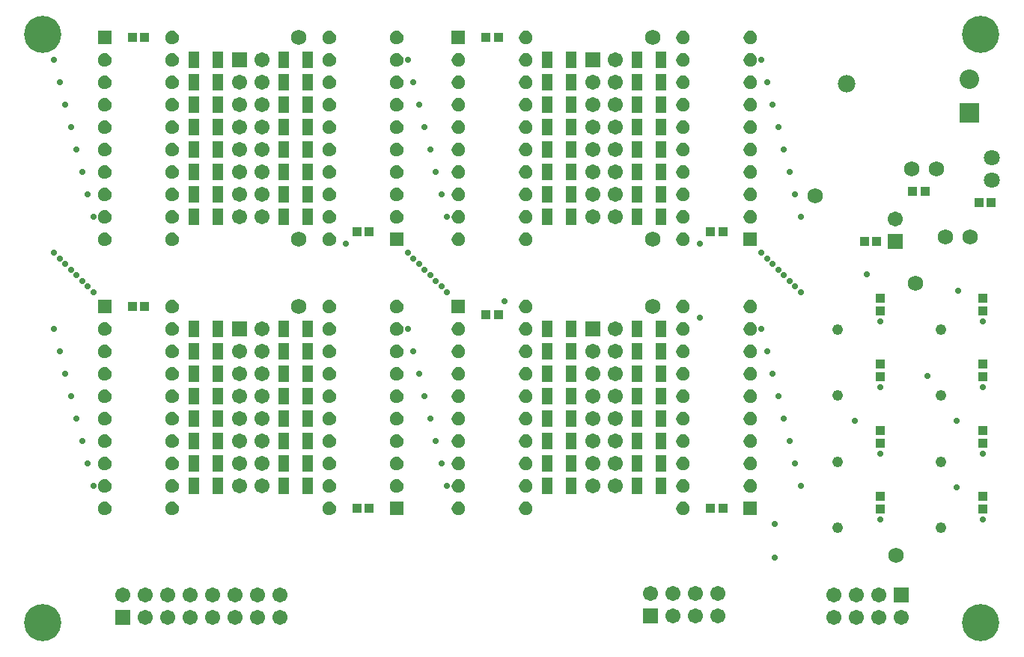
<source format=gbs>
%FSLAX43Y43*%
%MOMM*%
%SFA1B1*%

%IPPOS*%
%ADD81R,1.002998X1.102998*%
%ADD85R,1.102998X1.002998*%
%ADD88C,0.710999*%
%ADD89C,1.726997*%
%ADD90C,1.218998*%
%ADD91R,1.702997X1.702997*%
%ADD92C,1.702997*%
%ADD93R,1.702997X1.702997*%
%ADD94C,4.202992*%
%ADD95R,2.202996X2.202996*%
%ADD96C,2.202996*%
%ADD97C,1.802996*%
%ADD98C,1.980996*%
%ADD99R,1.302997X1.902996*%
%LNlp_led_cube_8x8x8-1*%
%LPD*%
G36*
X84018Y78465D02*
X84203Y78389D01*
X84362Y78266*
X84485Y78107*
X84561Y77922*
X84588Y77723*
X84561Y77524*
X84485Y77339*
X84362Y77180*
X84203Y77057*
X84018Y76981*
X83819Y76954*
X83620Y76981*
X83435Y77057*
X83276Y77180*
X83153Y77339*
X83077Y77524*
X83050Y77723*
X83077Y77922*
X83153Y78107*
X83276Y78266*
X83435Y78389*
X83620Y78465*
X83819Y78492*
X84018Y78465*
G37*
G36*
X101798D02*
X101983Y78389D01*
X102142Y78266*
X102265Y78107*
X102341Y77922*
X102368Y77723*
X102341Y77524*
X102265Y77339*
X102142Y77180*
X101983Y77057*
X101798Y76981*
X101599Y76954*
X101400Y76981*
X101215Y77057*
X101056Y77180*
X100933Y77339*
X100857Y77524*
X100830Y77723*
X100857Y77922*
X100933Y78107*
X101056Y78266*
X101215Y78389*
X101400Y78465*
X101599Y78492*
X101798Y78465*
G37*
G36*
X76398D02*
X76583Y78389D01*
X76742Y78266*
X76865Y78107*
X76941Y77922*
X76968Y77723*
X76941Y77524*
X76865Y77339*
X76742Y77180*
X76583Y77057*
X76398Y76981*
X76199Y76954*
X76000Y76981*
X75815Y77057*
X75656Y77180*
X75533Y77339*
X75457Y77524*
X75430Y77723*
X75457Y77922*
X75533Y78107*
X75656Y78266*
X75815Y78389*
X76000Y78465*
X76199Y78492*
X76398Y78465*
G37*
G36*
X61793D02*
X61978Y78389D01*
X62137Y78266*
X62260Y78107*
X62336Y77922*
X62363Y77723*
X62336Y77524*
X62260Y77339*
X62137Y77180*
X61978Y77057*
X61793Y76981*
X61594Y76954*
X61395Y76981*
X61210Y77057*
X61051Y77180*
X60928Y77339*
X60852Y77524*
X60825Y77723*
X60852Y77922*
X60928Y78107*
X61051Y78266*
X61210Y78389*
X61395Y78465*
X61594Y78492*
X61793Y78465*
G37*
G36*
X69413D02*
X69598Y78389D01*
X69757Y78266*
X69880Y78107*
X69956Y77922*
X69983Y77723*
X69956Y77524*
X69880Y77339*
X69757Y77180*
X69598Y77057*
X69413Y76981*
X69214Y76954*
X69015Y76981*
X68830Y77057*
X68671Y77180*
X68548Y77339*
X68472Y77524*
X68445Y77723*
X68472Y77922*
X68548Y78107*
X68671Y78266*
X68830Y78389*
X69015Y78465*
X69214Y78492*
X69413Y78465*
G37*
G36*
X61793Y81005D02*
X61978Y80929D01*
X62137Y80806*
X62260Y80647*
X62336Y80462*
X62363Y80263*
X62336Y80064*
X62260Y79879*
X62137Y79720*
X61978Y79597*
X61793Y79521*
X61594Y79494*
X61395Y79521*
X61210Y79597*
X61051Y79720*
X60928Y79879*
X60852Y80064*
X60825Y80263*
X60852Y80462*
X60928Y80647*
X61051Y80806*
X61210Y80929*
X61395Y81005*
X61594Y81032*
X61793Y81005*
G37*
G36*
X69413D02*
X69598Y80929D01*
X69757Y80806*
X69880Y80647*
X69956Y80462*
X69983Y80263*
X69956Y80064*
X69880Y79879*
X69757Y79720*
X69598Y79597*
X69413Y79521*
X69214Y79494*
X69015Y79521*
X68830Y79597*
X68671Y79720*
X68548Y79879*
X68472Y80064*
X68445Y80263*
X68472Y80462*
X68548Y80647*
X68671Y80806*
X68830Y80929*
X69015Y81005*
X69214Y81032*
X69413Y81005*
G37*
G36*
X44013D02*
X44198Y80929D01*
X44357Y80806*
X44480Y80647*
X44556Y80462*
X44583Y80263*
X44556Y80064*
X44480Y79879*
X44357Y79720*
X44198Y79597*
X44013Y79521*
X43814Y79494*
X43615Y79521*
X43430Y79597*
X43271Y79720*
X43148Y79879*
X43072Y80064*
X43045Y80263*
X43072Y80462*
X43148Y80647*
X43271Y80806*
X43430Y80929*
X43615Y81005*
X43814Y81032*
X44013Y81005*
G37*
G36*
X109418Y78465D02*
X109603Y78389D01*
X109762Y78266*
X109885Y78107*
X109961Y77922*
X109988Y77723*
X109961Y77524*
X109885Y77339*
X109762Y77180*
X109603Y77057*
X109418Y76981*
X109219Y76954*
X109020Y76981*
X108835Y77057*
X108676Y77180*
X108553Y77339*
X108477Y77524*
X108450Y77723*
X108477Y77922*
X108553Y78107*
X108676Y78266*
X108835Y78389*
X109020Y78465*
X109219Y78492*
X109418Y78465*
G37*
G36*
X36393Y81005D02*
X36578Y80929D01*
X36737Y80806*
X36860Y80647*
X36936Y80462*
X36963Y80263*
X36936Y80064*
X36860Y79879*
X36737Y79720*
X36578Y79597*
X36393Y79521*
X36194Y79494*
X35995Y79521*
X35810Y79597*
X35651Y79720*
X35528Y79879*
X35452Y80064*
X35425Y80263*
X35452Y80462*
X35528Y80647*
X35651Y80806*
X35810Y80929*
X35995Y81005*
X36194Y81032*
X36393Y81005*
G37*
G36*
X69413Y75925D02*
X69598Y75849D01*
X69757Y75726*
X69880Y75567*
X69956Y75382*
X69983Y75183*
X69956Y74984*
X69880Y74799*
X69757Y74640*
X69598Y74517*
X69413Y74441*
X69214Y74414*
X69015Y74441*
X68830Y74517*
X68671Y74640*
X68548Y74799*
X68472Y74984*
X68445Y75183*
X68472Y75382*
X68548Y75567*
X68671Y75726*
X68830Y75849*
X69015Y75925*
X69214Y75952*
X69413Y75925*
G37*
G36*
X76398D02*
X76583Y75849D01*
X76742Y75726*
X76865Y75567*
X76941Y75382*
X76968Y75183*
X76941Y74984*
X76865Y74799*
X76742Y74640*
X76583Y74517*
X76398Y74441*
X76199Y74414*
X76000Y74441*
X75815Y74517*
X75656Y74640*
X75533Y74799*
X75457Y74984*
X75430Y75183*
X75457Y75382*
X75533Y75567*
X75656Y75726*
X75815Y75849*
X76000Y75925*
X76199Y75952*
X76398Y75925*
G37*
G36*
X61793D02*
X61978Y75849D01*
X62137Y75726*
X62260Y75567*
X62336Y75382*
X62363Y75183*
X62336Y74984*
X62260Y74799*
X62137Y74640*
X61978Y74517*
X61793Y74441*
X61594Y74414*
X61395Y74441*
X61210Y74517*
X61051Y74640*
X60928Y74799*
X60852Y74984*
X60825Y75183*
X60852Y75382*
X60928Y75567*
X61051Y75726*
X61210Y75849*
X61395Y75925*
X61594Y75952*
X61793Y75925*
G37*
G36*
X36393D02*
X36578Y75849D01*
X36737Y75726*
X36860Y75567*
X36936Y75382*
X36963Y75183*
X36936Y74984*
X36860Y74799*
X36737Y74640*
X36578Y74517*
X36393Y74441*
X36194Y74414*
X35995Y74441*
X35810Y74517*
X35651Y74640*
X35528Y74799*
X35452Y74984*
X35425Y75183*
X35452Y75382*
X35528Y75567*
X35651Y75726*
X35810Y75849*
X35995Y75925*
X36194Y75952*
X36393Y75925*
G37*
G36*
X44013D02*
X44198Y75849D01*
X44357Y75726*
X44480Y75567*
X44556Y75382*
X44583Y75183*
X44556Y74984*
X44480Y74799*
X44357Y74640*
X44198Y74517*
X44013Y74441*
X43814Y74414*
X43615Y74441*
X43430Y74517*
X43271Y74640*
X43148Y74799*
X43072Y74984*
X43045Y75183*
X43072Y75382*
X43148Y75567*
X43271Y75726*
X43430Y75849*
X43615Y75925*
X43814Y75952*
X44013Y75925*
G37*
G36*
X36393Y78465D02*
X36578Y78389D01*
X36737Y78266*
X36860Y78107*
X36936Y77922*
X36963Y77723*
X36936Y77524*
X36860Y77339*
X36737Y77180*
X36578Y77057*
X36393Y76981*
X36194Y76954*
X35995Y76981*
X35810Y77057*
X35651Y77180*
X35528Y77339*
X35452Y77524*
X35425Y77723*
X35452Y77922*
X35528Y78107*
X35651Y78266*
X35810Y78389*
X35995Y78465*
X36194Y78492*
X36393Y78465*
G37*
G36*
X44013D02*
X44198Y78389D01*
X44357Y78266*
X44480Y78107*
X44556Y77922*
X44583Y77723*
X44556Y77524*
X44480Y77339*
X44357Y77180*
X44198Y77057*
X44013Y76981*
X43814Y76954*
X43615Y76981*
X43430Y77057*
X43271Y77180*
X43148Y77339*
X43072Y77524*
X43045Y77723*
X43072Y77922*
X43148Y78107*
X43271Y78266*
X43430Y78389*
X43615Y78465*
X43814Y78492*
X44013Y78465*
G37*
G36*
X109418Y75925D02*
X109603Y75849D01*
X109762Y75726*
X109885Y75567*
X109961Y75382*
X109988Y75183*
X109961Y74984*
X109885Y74799*
X109762Y74640*
X109603Y74517*
X109418Y74441*
X109219Y74414*
X109020Y74441*
X108835Y74517*
X108676Y74640*
X108553Y74799*
X108477Y74984*
X108450Y75183*
X108477Y75382*
X108553Y75567*
X108676Y75726*
X108835Y75849*
X109020Y75925*
X109219Y75952*
X109418Y75925*
G37*
G36*
X84018D02*
X84203Y75849D01*
X84362Y75726*
X84485Y75567*
X84561Y75382*
X84588Y75183*
X84561Y74984*
X84485Y74799*
X84362Y74640*
X84203Y74517*
X84018Y74441*
X83819Y74414*
X83620Y74441*
X83435Y74517*
X83276Y74640*
X83153Y74799*
X83077Y74984*
X83050Y75183*
X83077Y75382*
X83153Y75567*
X83276Y75726*
X83435Y75849*
X83620Y75925*
X83819Y75952*
X84018Y75925*
G37*
G36*
X101798D02*
X101983Y75849D01*
X102142Y75726*
X102265Y75567*
X102341Y75382*
X102368Y75183*
X102341Y74984*
X102265Y74799*
X102142Y74640*
X101983Y74517*
X101798Y74441*
X101599Y74414*
X101400Y74441*
X101215Y74517*
X101056Y74640*
X100933Y74799*
X100857Y74984*
X100830Y75183*
X100857Y75382*
X100933Y75567*
X101056Y75726*
X101215Y75849*
X101400Y75925*
X101599Y75952*
X101798Y75925*
G37*
G36*
X61793Y86085D02*
X61978Y86009D01*
X62137Y85886*
X62260Y85727*
X62336Y85542*
X62363Y85343*
X62336Y85144*
X62260Y84959*
X62137Y84800*
X61978Y84677*
X61793Y84601*
X61594Y84574*
X61395Y84601*
X61210Y84677*
X61051Y84800*
X60928Y84959*
X60852Y85144*
X60825Y85343*
X60852Y85542*
X60928Y85727*
X61051Y85886*
X61210Y86009*
X61395Y86085*
X61594Y86112*
X61793Y86085*
G37*
G36*
X69413D02*
X69598Y86009D01*
X69757Y85886*
X69880Y85727*
X69956Y85542*
X69983Y85343*
X69956Y85144*
X69880Y84959*
X69757Y84800*
X69598Y84677*
X69413Y84601*
X69214Y84574*
X69015Y84601*
X68830Y84677*
X68671Y84800*
X68548Y84959*
X68472Y85144*
X68445Y85343*
X68472Y85542*
X68548Y85727*
X68671Y85886*
X68830Y86009*
X69015Y86085*
X69214Y86112*
X69413Y86085*
G37*
G36*
X44013D02*
X44198Y86009D01*
X44357Y85886*
X44480Y85727*
X44556Y85542*
X44583Y85343*
X44556Y85144*
X44480Y84959*
X44357Y84800*
X44198Y84677*
X44013Y84601*
X43814Y84574*
X43615Y84601*
X43430Y84677*
X43271Y84800*
X43148Y84959*
X43072Y85144*
X43045Y85343*
X43072Y85542*
X43148Y85727*
X43271Y85886*
X43430Y86009*
X43615Y86085*
X43814Y86112*
X44013Y86085*
G37*
G36*
X101798Y83545D02*
X101983Y83469D01*
X102142Y83346*
X102265Y83187*
X102341Y83002*
X102368Y82803*
X102341Y82604*
X102265Y82419*
X102142Y82260*
X101983Y82137*
X101798Y82061*
X101599Y82034*
X101400Y82061*
X101215Y82137*
X101056Y82260*
X100933Y82419*
X100857Y82604*
X100830Y82803*
X100857Y83002*
X100933Y83187*
X101056Y83346*
X101215Y83469*
X101400Y83545*
X101599Y83572*
X101798Y83545*
G37*
G36*
X109418D02*
X109603Y83469D01*
X109762Y83346*
X109885Y83187*
X109961Y83002*
X109988Y82803*
X109961Y82604*
X109885Y82419*
X109762Y82260*
X109603Y82137*
X109418Y82061*
X109219Y82034*
X109020Y82061*
X108835Y82137*
X108676Y82260*
X108553Y82419*
X108477Y82604*
X108450Y82803*
X108477Y83002*
X108553Y83187*
X108676Y83346*
X108835Y83469*
X109020Y83545*
X109219Y83572*
X109418Y83545*
G37*
G36*
X36956Y84581D02*
X35432D01*
Y86105*
X36956*
Y84581*
G37*
G36*
X76961D02*
X75437D01*
Y86105*
X76961*
Y84581*
G37*
G36*
X109418Y86085D02*
X109603Y86009D01*
X109762Y85886*
X109885Y85727*
X109961Y85542*
X109988Y85343*
X109961Y85144*
X109885Y84959*
X109762Y84800*
X109603Y84677*
X109418Y84601*
X109219Y84574*
X109020Y84601*
X108835Y84677*
X108676Y84800*
X108553Y84959*
X108477Y85144*
X108450Y85343*
X108477Y85542*
X108553Y85727*
X108676Y85886*
X108835Y86009*
X109020Y86085*
X109219Y86112*
X109418Y86085*
G37*
G36*
X84018D02*
X84203Y86009D01*
X84362Y85886*
X84485Y85727*
X84561Y85542*
X84588Y85343*
X84561Y85144*
X84485Y84959*
X84362Y84800*
X84203Y84677*
X84018Y84601*
X83819Y84574*
X83620Y84601*
X83435Y84677*
X83276Y84800*
X83153Y84959*
X83077Y85144*
X83050Y85343*
X83077Y85542*
X83153Y85727*
X83276Y85886*
X83435Y86009*
X83620Y86085*
X83819Y86112*
X84018Y86085*
G37*
G36*
X101798D02*
X101983Y86009D01*
X102142Y85886*
X102265Y85727*
X102341Y85542*
X102368Y85343*
X102341Y85144*
X102265Y84959*
X102142Y84800*
X101983Y84677*
X101798Y84601*
X101599Y84574*
X101400Y84601*
X101215Y84677*
X101056Y84800*
X100933Y84959*
X100857Y85144*
X100830Y85343*
X100857Y85542*
X100933Y85727*
X101056Y85886*
X101215Y86009*
X101400Y86085*
X101599Y86112*
X101798Y86085*
G37*
G36*
X109418Y81005D02*
X109603Y80929D01*
X109762Y80806*
X109885Y80647*
X109961Y80462*
X109988Y80263*
X109961Y80064*
X109885Y79879*
X109762Y79720*
X109603Y79597*
X109418Y79521*
X109219Y79494*
X109020Y79521*
X108835Y79597*
X108676Y79720*
X108553Y79879*
X108477Y80064*
X108450Y80263*
X108477Y80462*
X108553Y80647*
X108676Y80806*
X108835Y80929*
X109020Y81005*
X109219Y81032*
X109418Y81005*
G37*
G36*
X36393Y83545D02*
X36578Y83469D01*
X36737Y83346*
X36860Y83187*
X36936Y83002*
X36963Y82803*
X36936Y82604*
X36860Y82419*
X36737Y82260*
X36578Y82137*
X36393Y82061*
X36194Y82034*
X35995Y82061*
X35810Y82137*
X35651Y82260*
X35528Y82419*
X35452Y82604*
X35425Y82803*
X35452Y83002*
X35528Y83187*
X35651Y83346*
X35810Y83469*
X35995Y83545*
X36194Y83572*
X36393Y83545*
G37*
G36*
X101798Y81005D02*
X101983Y80929D01*
X102142Y80806*
X102265Y80647*
X102341Y80462*
X102368Y80263*
X102341Y80064*
X102265Y79879*
X102142Y79720*
X101983Y79597*
X101798Y79521*
X101599Y79494*
X101400Y79521*
X101215Y79597*
X101056Y79720*
X100933Y79879*
X100857Y80064*
X100830Y80263*
X100857Y80462*
X100933Y80647*
X101056Y80806*
X101215Y80929*
X101400Y81005*
X101599Y81032*
X101798Y81005*
G37*
G36*
X76398D02*
X76583Y80929D01*
X76742Y80806*
X76865Y80647*
X76941Y80462*
X76968Y80263*
X76941Y80064*
X76865Y79879*
X76742Y79720*
X76583Y79597*
X76398Y79521*
X76199Y79494*
X76000Y79521*
X75815Y79597*
X75656Y79720*
X75533Y79879*
X75457Y80064*
X75430Y80263*
X75457Y80462*
X75533Y80647*
X75656Y80806*
X75815Y80929*
X76000Y81005*
X76199Y81032*
X76398Y81005*
G37*
G36*
X84018D02*
X84203Y80929D01*
X84362Y80806*
X84485Y80647*
X84561Y80462*
X84588Y80263*
X84561Y80064*
X84485Y79879*
X84362Y79720*
X84203Y79597*
X84018Y79521*
X83819Y79494*
X83620Y79521*
X83435Y79597*
X83276Y79720*
X83153Y79879*
X83077Y80064*
X83050Y80263*
X83077Y80462*
X83153Y80647*
X83276Y80806*
X83435Y80929*
X83620Y81005*
X83819Y81032*
X84018Y81005*
G37*
G36*
X76398Y83545D02*
X76583Y83469D01*
X76742Y83346*
X76865Y83187*
X76941Y83002*
X76968Y82803*
X76941Y82604*
X76865Y82419*
X76742Y82260*
X76583Y82137*
X76398Y82061*
X76199Y82034*
X76000Y82061*
X75815Y82137*
X75656Y82260*
X75533Y82419*
X75457Y82604*
X75430Y82803*
X75457Y83002*
X75533Y83187*
X75656Y83346*
X75815Y83469*
X76000Y83545*
X76199Y83572*
X76398Y83545*
G37*
G36*
X84018D02*
X84203Y83469D01*
X84362Y83346*
X84485Y83187*
X84561Y83002*
X84588Y82803*
X84561Y82604*
X84485Y82419*
X84362Y82260*
X84203Y82137*
X84018Y82061*
X83819Y82034*
X83620Y82061*
X83435Y82137*
X83276Y82260*
X83153Y82419*
X83077Y82604*
X83050Y82803*
X83077Y83002*
X83153Y83187*
X83276Y83346*
X83435Y83469*
X83620Y83545*
X83819Y83572*
X84018Y83545*
G37*
G36*
X69413D02*
X69598Y83469D01*
X69757Y83346*
X69880Y83187*
X69956Y83002*
X69983Y82803*
X69956Y82604*
X69880Y82419*
X69757Y82260*
X69598Y82137*
X69413Y82061*
X69214Y82034*
X69015Y82061*
X68830Y82137*
X68671Y82260*
X68548Y82419*
X68472Y82604*
X68445Y82803*
X68472Y83002*
X68548Y83187*
X68671Y83346*
X68830Y83469*
X69015Y83545*
X69214Y83572*
X69413Y83545*
G37*
G36*
X44013D02*
X44198Y83469D01*
X44357Y83346*
X44480Y83187*
X44556Y83002*
X44583Y82803*
X44556Y82604*
X44480Y82419*
X44357Y82260*
X44198Y82137*
X44013Y82061*
X43814Y82034*
X43615Y82061*
X43430Y82137*
X43271Y82260*
X43148Y82419*
X43072Y82604*
X43045Y82803*
X43072Y83002*
X43148Y83187*
X43271Y83346*
X43430Y83469*
X43615Y83545*
X43814Y83572*
X44013Y83545*
G37*
G36*
X61793D02*
X61978Y83469D01*
X62137Y83346*
X62260Y83187*
X62336Y83002*
X62363Y82803*
X62336Y82604*
X62260Y82419*
X62137Y82260*
X61978Y82137*
X61793Y82061*
X61594Y82034*
X61395Y82061*
X61210Y82137*
X61051Y82260*
X60928Y82419*
X60852Y82604*
X60825Y82803*
X60852Y83002*
X60928Y83187*
X61051Y83346*
X61210Y83469*
X61395Y83545*
X61594Y83572*
X61793Y83545*
G37*
G36*
X84018Y65765D02*
X84203Y65689D01*
X84362Y65566*
X84485Y65407*
X84561Y65222*
X84588Y65023*
X84561Y64824*
X84485Y64639*
X84362Y64480*
X84203Y64357*
X84018Y64281*
X83819Y64254*
X83620Y64281*
X83435Y64357*
X83276Y64480*
X83153Y64639*
X83077Y64824*
X83050Y65023*
X83077Y65222*
X83153Y65407*
X83276Y65566*
X83435Y65689*
X83620Y65765*
X83819Y65792*
X84018Y65765*
G37*
G36*
X101798D02*
X101983Y65689D01*
X102142Y65566*
X102265Y65407*
X102341Y65222*
X102368Y65023*
X102341Y64824*
X102265Y64639*
X102142Y64480*
X101983Y64357*
X101798Y64281*
X101599Y64254*
X101400Y64281*
X101215Y64357*
X101056Y64480*
X100933Y64639*
X100857Y64824*
X100830Y65023*
X100857Y65222*
X100933Y65407*
X101056Y65566*
X101215Y65689*
X101400Y65765*
X101599Y65792*
X101798Y65765*
G37*
G36*
X76398D02*
X76583Y65689D01*
X76742Y65566*
X76865Y65407*
X76941Y65222*
X76968Y65023*
X76941Y64824*
X76865Y64639*
X76742Y64480*
X76583Y64357*
X76398Y64281*
X76199Y64254*
X76000Y64281*
X75815Y64357*
X75656Y64480*
X75533Y64639*
X75457Y64824*
X75430Y65023*
X75457Y65222*
X75533Y65407*
X75656Y65566*
X75815Y65689*
X76000Y65765*
X76199Y65792*
X76398Y65765*
G37*
G36*
X61793D02*
X61978Y65689D01*
X62137Y65566*
X62260Y65407*
X62336Y65222*
X62363Y65023*
X62336Y64824*
X62260Y64639*
X62137Y64480*
X61978Y64357*
X61793Y64281*
X61594Y64254*
X61395Y64281*
X61210Y64357*
X61051Y64480*
X60928Y64639*
X60852Y64824*
X60825Y65023*
X60852Y65222*
X60928Y65407*
X61051Y65566*
X61210Y65689*
X61395Y65765*
X61594Y65792*
X61793Y65765*
G37*
G36*
X69413D02*
X69598Y65689D01*
X69757Y65566*
X69880Y65407*
X69956Y65222*
X69983Y65023*
X69956Y64824*
X69880Y64639*
X69757Y64480*
X69598Y64357*
X69413Y64281*
X69214Y64254*
X69015Y64281*
X68830Y64357*
X68671Y64480*
X68548Y64639*
X68472Y64824*
X68445Y65023*
X68472Y65222*
X68548Y65407*
X68671Y65566*
X68830Y65689*
X69015Y65765*
X69214Y65792*
X69413Y65765*
G37*
G36*
X61793Y68305D02*
X61978Y68229D01*
X62137Y68106*
X62260Y67947*
X62336Y67762*
X62363Y67563*
X62336Y67364*
X62260Y67179*
X62137Y67020*
X61978Y66897*
X61793Y66821*
X61594Y66794*
X61395Y66821*
X61210Y66897*
X61051Y67020*
X60928Y67179*
X60852Y67364*
X60825Y67563*
X60852Y67762*
X60928Y67947*
X61051Y68106*
X61210Y68229*
X61395Y68305*
X61594Y68332*
X61793Y68305*
G37*
G36*
X69413D02*
X69598Y68229D01*
X69757Y68106*
X69880Y67947*
X69956Y67762*
X69983Y67563*
X69956Y67364*
X69880Y67179*
X69757Y67020*
X69598Y66897*
X69413Y66821*
X69214Y66794*
X69015Y66821*
X68830Y66897*
X68671Y67020*
X68548Y67179*
X68472Y67364*
X68445Y67563*
X68472Y67762*
X68548Y67947*
X68671Y68106*
X68830Y68229*
X69015Y68305*
X69214Y68332*
X69413Y68305*
G37*
G36*
X44013D02*
X44198Y68229D01*
X44357Y68106*
X44480Y67947*
X44556Y67762*
X44583Y67563*
X44556Y67364*
X44480Y67179*
X44357Y67020*
X44198Y66897*
X44013Y66821*
X43814Y66794*
X43615Y66821*
X43430Y66897*
X43271Y67020*
X43148Y67179*
X43072Y67364*
X43045Y67563*
X43072Y67762*
X43148Y67947*
X43271Y68106*
X43430Y68229*
X43615Y68305*
X43814Y68332*
X44013Y68305*
G37*
G36*
X109418Y65765D02*
X109603Y65689D01*
X109762Y65566*
X109885Y65407*
X109961Y65222*
X109988Y65023*
X109961Y64824*
X109885Y64639*
X109762Y64480*
X109603Y64357*
X109418Y64281*
X109219Y64254*
X109020Y64281*
X108835Y64357*
X108676Y64480*
X108553Y64639*
X108477Y64824*
X108450Y65023*
X108477Y65222*
X108553Y65407*
X108676Y65566*
X108835Y65689*
X109020Y65765*
X109219Y65792*
X109418Y65765*
G37*
G36*
X36393Y68305D02*
X36578Y68229D01*
X36737Y68106*
X36860Y67947*
X36936Y67762*
X36963Y67563*
X36936Y67364*
X36860Y67179*
X36737Y67020*
X36578Y66897*
X36393Y66821*
X36194Y66794*
X35995Y66821*
X35810Y66897*
X35651Y67020*
X35528Y67179*
X35452Y67364*
X35425Y67563*
X35452Y67762*
X35528Y67947*
X35651Y68106*
X35810Y68229*
X35995Y68305*
X36194Y68332*
X36393Y68305*
G37*
G36*
X76398Y63225D02*
X76583Y63149D01*
X76742Y63026*
X76865Y62867*
X76941Y62682*
X76968Y62483*
X76941Y62284*
X76865Y62099*
X76742Y61940*
X76583Y61817*
X76398Y61741*
X76199Y61714*
X76000Y61741*
X75815Y61817*
X75656Y61940*
X75533Y62099*
X75457Y62284*
X75430Y62483*
X75457Y62682*
X75533Y62867*
X75656Y63026*
X75815Y63149*
X76000Y63225*
X76199Y63252*
X76398Y63225*
G37*
G36*
X84018D02*
X84203Y63149D01*
X84362Y63026*
X84485Y62867*
X84561Y62682*
X84588Y62483*
X84561Y62284*
X84485Y62099*
X84362Y61940*
X84203Y61817*
X84018Y61741*
X83819Y61714*
X83620Y61741*
X83435Y61817*
X83276Y61940*
X83153Y62099*
X83077Y62284*
X83050Y62483*
X83077Y62682*
X83153Y62867*
X83276Y63026*
X83435Y63149*
X83620Y63225*
X83819Y63252*
X84018Y63225*
G37*
G36*
X61793D02*
X61978Y63149D01*
X62137Y63026*
X62260Y62867*
X62336Y62682*
X62363Y62483*
X62336Y62284*
X62260Y62099*
X62137Y61940*
X61978Y61817*
X61793Y61741*
X61594Y61714*
X61395Y61741*
X61210Y61817*
X61051Y61940*
X60928Y62099*
X60852Y62284*
X60825Y62483*
X60852Y62682*
X60928Y62867*
X61051Y63026*
X61210Y63149*
X61395Y63225*
X61594Y63252*
X61793Y63225*
G37*
G36*
X36393D02*
X36578Y63149D01*
X36737Y63026*
X36860Y62867*
X36936Y62682*
X36963Y62483*
X36936Y62284*
X36860Y62099*
X36737Y61940*
X36578Y61817*
X36393Y61741*
X36194Y61714*
X35995Y61741*
X35810Y61817*
X35651Y61940*
X35528Y62099*
X35452Y62284*
X35425Y62483*
X35452Y62682*
X35528Y62867*
X35651Y63026*
X35810Y63149*
X35995Y63225*
X36194Y63252*
X36393Y63225*
G37*
G36*
X44013D02*
X44198Y63149D01*
X44357Y63026*
X44480Y62867*
X44556Y62682*
X44583Y62483*
X44556Y62284*
X44480Y62099*
X44357Y61940*
X44198Y61817*
X44013Y61741*
X43814Y61714*
X43615Y61741*
X43430Y61817*
X43271Y61940*
X43148Y62099*
X43072Y62284*
X43045Y62483*
X43072Y62682*
X43148Y62867*
X43271Y63026*
X43430Y63149*
X43615Y63225*
X43814Y63252*
X44013Y63225*
G37*
G36*
X36393Y65765D02*
X36578Y65689D01*
X36737Y65566*
X36860Y65407*
X36936Y65222*
X36963Y65023*
X36936Y64824*
X36860Y64639*
X36737Y64480*
X36578Y64357*
X36393Y64281*
X36194Y64254*
X35995Y64281*
X35810Y64357*
X35651Y64480*
X35528Y64639*
X35452Y64824*
X35425Y65023*
X35452Y65222*
X35528Y65407*
X35651Y65566*
X35810Y65689*
X35995Y65765*
X36194Y65792*
X36393Y65765*
G37*
G36*
X44013D02*
X44198Y65689D01*
X44357Y65566*
X44480Y65407*
X44556Y65222*
X44583Y65023*
X44556Y64824*
X44480Y64639*
X44357Y64480*
X44198Y64357*
X44013Y64281*
X43814Y64254*
X43615Y64281*
X43430Y64357*
X43271Y64480*
X43148Y64639*
X43072Y64824*
X43045Y65023*
X43072Y65222*
X43148Y65407*
X43271Y65566*
X43430Y65689*
X43615Y65765*
X43814Y65792*
X44013Y65765*
G37*
G36*
X109981Y61721D02*
X108457D01*
Y63245*
X109981*
Y61721*
G37*
G36*
X101798Y63225D02*
X101983Y63149D01*
X102142Y63026*
X102265Y62867*
X102341Y62682*
X102368Y62483*
X102341Y62284*
X102265Y62099*
X102142Y61940*
X101983Y61817*
X101798Y61741*
X101599Y61714*
X101400Y61741*
X101215Y61817*
X101056Y61940*
X100933Y62099*
X100857Y62284*
X100830Y62483*
X100857Y62682*
X100933Y62867*
X101056Y63026*
X101215Y63149*
X101400Y63225*
X101599Y63252*
X101798Y63225*
G37*
G36*
X69976Y61721D02*
X68452D01*
Y63245*
X69976*
Y61721*
G37*
G36*
X44013Y73385D02*
X44198Y73309D01*
X44357Y73186*
X44480Y73027*
X44556Y72842*
X44583Y72643*
X44556Y72444*
X44480Y72259*
X44357Y72100*
X44198Y71977*
X44013Y71901*
X43814Y71874*
X43615Y71901*
X43430Y71977*
X43271Y72100*
X43148Y72259*
X43072Y72444*
X43045Y72643*
X43072Y72842*
X43148Y73027*
X43271Y73186*
X43430Y73309*
X43615Y73385*
X43814Y73412*
X44013Y73385*
G37*
G36*
X61793D02*
X61978Y73309D01*
X62137Y73186*
X62260Y73027*
X62336Y72842*
X62363Y72643*
X62336Y72444*
X62260Y72259*
X62137Y72100*
X61978Y71977*
X61793Y71901*
X61594Y71874*
X61395Y71901*
X61210Y71977*
X61051Y72100*
X60928Y72259*
X60852Y72444*
X60825Y72643*
X60852Y72842*
X60928Y73027*
X61051Y73186*
X61210Y73309*
X61395Y73385*
X61594Y73412*
X61793Y73385*
G37*
G36*
X36393D02*
X36578Y73309D01*
X36737Y73186*
X36860Y73027*
X36936Y72842*
X36963Y72643*
X36936Y72444*
X36860Y72259*
X36737Y72100*
X36578Y71977*
X36393Y71901*
X36194Y71874*
X35995Y71901*
X35810Y71977*
X35651Y72100*
X35528Y72259*
X35452Y72444*
X35425Y72643*
X35452Y72842*
X35528Y73027*
X35651Y73186*
X35810Y73309*
X35995Y73385*
X36194Y73412*
X36393Y73385*
G37*
G36*
X101798Y70845D02*
X101983Y70769D01*
X102142Y70646*
X102265Y70487*
X102341Y70302*
X102368Y70103*
X102341Y69904*
X102265Y69719*
X102142Y69560*
X101983Y69437*
X101798Y69361*
X101599Y69334*
X101400Y69361*
X101215Y69437*
X101056Y69560*
X100933Y69719*
X100857Y69904*
X100830Y70103*
X100857Y70302*
X100933Y70487*
X101056Y70646*
X101215Y70769*
X101400Y70845*
X101599Y70872*
X101798Y70845*
G37*
G36*
X109418D02*
X109603Y70769D01*
X109762Y70646*
X109885Y70487*
X109961Y70302*
X109988Y70103*
X109961Y69904*
X109885Y69719*
X109762Y69560*
X109603Y69437*
X109418Y69361*
X109219Y69334*
X109020Y69361*
X108835Y69437*
X108676Y69560*
X108553Y69719*
X108477Y69904*
X108450Y70103*
X108477Y70302*
X108553Y70487*
X108676Y70646*
X108835Y70769*
X109020Y70845*
X109219Y70872*
X109418Y70845*
G37*
G36*
X101798Y73385D02*
X101983Y73309D01*
X102142Y73186*
X102265Y73027*
X102341Y72842*
X102368Y72643*
X102341Y72444*
X102265Y72259*
X102142Y72100*
X101983Y71977*
X101798Y71901*
X101599Y71874*
X101400Y71901*
X101215Y71977*
X101056Y72100*
X100933Y72259*
X100857Y72444*
X100830Y72643*
X100857Y72842*
X100933Y73027*
X101056Y73186*
X101215Y73309*
X101400Y73385*
X101599Y73412*
X101798Y73385*
G37*
G36*
X109418D02*
X109603Y73309D01*
X109762Y73186*
X109885Y73027*
X109961Y72842*
X109988Y72643*
X109961Y72444*
X109885Y72259*
X109762Y72100*
X109603Y71977*
X109418Y71901*
X109219Y71874*
X109020Y71901*
X108835Y71977*
X108676Y72100*
X108553Y72259*
X108477Y72444*
X108450Y72643*
X108477Y72842*
X108553Y73027*
X108676Y73186*
X108835Y73309*
X109020Y73385*
X109219Y73412*
X109418Y73385*
G37*
G36*
X84018D02*
X84203Y73309D01*
X84362Y73186*
X84485Y73027*
X84561Y72842*
X84588Y72643*
X84561Y72444*
X84485Y72259*
X84362Y72100*
X84203Y71977*
X84018Y71901*
X83819Y71874*
X83620Y71901*
X83435Y71977*
X83276Y72100*
X83153Y72259*
X83077Y72444*
X83050Y72643*
X83077Y72842*
X83153Y73027*
X83276Y73186*
X83435Y73309*
X83620Y73385*
X83819Y73412*
X84018Y73385*
G37*
G36*
X69413D02*
X69598Y73309D01*
X69757Y73186*
X69880Y73027*
X69956Y72842*
X69983Y72643*
X69956Y72444*
X69880Y72259*
X69757Y72100*
X69598Y71977*
X69413Y71901*
X69214Y71874*
X69015Y71901*
X68830Y71977*
X68671Y72100*
X68548Y72259*
X68472Y72444*
X68445Y72643*
X68472Y72842*
X68548Y73027*
X68671Y73186*
X68830Y73309*
X69015Y73385*
X69214Y73412*
X69413Y73385*
G37*
G36*
X76398D02*
X76583Y73309D01*
X76742Y73186*
X76865Y73027*
X76941Y72842*
X76968Y72643*
X76941Y72444*
X76865Y72259*
X76742Y72100*
X76583Y71977*
X76398Y71901*
X76199Y71874*
X76000Y71901*
X75815Y71977*
X75656Y72100*
X75533Y72259*
X75457Y72444*
X75430Y72643*
X75457Y72842*
X75533Y73027*
X75656Y73186*
X75815Y73309*
X76000Y73385*
X76199Y73412*
X76398Y73385*
G37*
G36*
X109418Y68305D02*
X109603Y68229D01*
X109762Y68106*
X109885Y67947*
X109961Y67762*
X109988Y67563*
X109961Y67364*
X109885Y67179*
X109762Y67020*
X109603Y66897*
X109418Y66821*
X109219Y66794*
X109020Y66821*
X108835Y66897*
X108676Y67020*
X108553Y67179*
X108477Y67364*
X108450Y67563*
X108477Y67762*
X108553Y67947*
X108676Y68106*
X108835Y68229*
X109020Y68305*
X109219Y68332*
X109418Y68305*
G37*
G36*
X36393Y70845D02*
X36578Y70769D01*
X36737Y70646*
X36860Y70487*
X36936Y70302*
X36963Y70103*
X36936Y69904*
X36860Y69719*
X36737Y69560*
X36578Y69437*
X36393Y69361*
X36194Y69334*
X35995Y69361*
X35810Y69437*
X35651Y69560*
X35528Y69719*
X35452Y69904*
X35425Y70103*
X35452Y70302*
X35528Y70487*
X35651Y70646*
X35810Y70769*
X35995Y70845*
X36194Y70872*
X36393Y70845*
G37*
G36*
X101798Y68305D02*
X101983Y68229D01*
X102142Y68106*
X102265Y67947*
X102341Y67762*
X102368Y67563*
X102341Y67364*
X102265Y67179*
X102142Y67020*
X101983Y66897*
X101798Y66821*
X101599Y66794*
X101400Y66821*
X101215Y66897*
X101056Y67020*
X100933Y67179*
X100857Y67364*
X100830Y67563*
X100857Y67762*
X100933Y67947*
X101056Y68106*
X101215Y68229*
X101400Y68305*
X101599Y68332*
X101798Y68305*
G37*
G36*
X76398D02*
X76583Y68229D01*
X76742Y68106*
X76865Y67947*
X76941Y67762*
X76968Y67563*
X76941Y67364*
X76865Y67179*
X76742Y67020*
X76583Y66897*
X76398Y66821*
X76199Y66794*
X76000Y66821*
X75815Y66897*
X75656Y67020*
X75533Y67179*
X75457Y67364*
X75430Y67563*
X75457Y67762*
X75533Y67947*
X75656Y68106*
X75815Y68229*
X76000Y68305*
X76199Y68332*
X76398Y68305*
G37*
G36*
X84018D02*
X84203Y68229D01*
X84362Y68106*
X84485Y67947*
X84561Y67762*
X84588Y67563*
X84561Y67364*
X84485Y67179*
X84362Y67020*
X84203Y66897*
X84018Y66821*
X83819Y66794*
X83620Y66821*
X83435Y66897*
X83276Y67020*
X83153Y67179*
X83077Y67364*
X83050Y67563*
X83077Y67762*
X83153Y67947*
X83276Y68106*
X83435Y68229*
X83620Y68305*
X83819Y68332*
X84018Y68305*
G37*
G36*
X76398Y70845D02*
X76583Y70769D01*
X76742Y70646*
X76865Y70487*
X76941Y70302*
X76968Y70103*
X76941Y69904*
X76865Y69719*
X76742Y69560*
X76583Y69437*
X76398Y69361*
X76199Y69334*
X76000Y69361*
X75815Y69437*
X75656Y69560*
X75533Y69719*
X75457Y69904*
X75430Y70103*
X75457Y70302*
X75533Y70487*
X75656Y70646*
X75815Y70769*
X76000Y70845*
X76199Y70872*
X76398Y70845*
G37*
G36*
X84018D02*
X84203Y70769D01*
X84362Y70646*
X84485Y70487*
X84561Y70302*
X84588Y70103*
X84561Y69904*
X84485Y69719*
X84362Y69560*
X84203Y69437*
X84018Y69361*
X83819Y69334*
X83620Y69361*
X83435Y69437*
X83276Y69560*
X83153Y69719*
X83077Y69904*
X83050Y70103*
X83077Y70302*
X83153Y70487*
X83276Y70646*
X83435Y70769*
X83620Y70845*
X83819Y70872*
X84018Y70845*
G37*
G36*
X69413D02*
X69598Y70769D01*
X69757Y70646*
X69880Y70487*
X69956Y70302*
X69983Y70103*
X69956Y69904*
X69880Y69719*
X69757Y69560*
X69598Y69437*
X69413Y69361*
X69214Y69334*
X69015Y69361*
X68830Y69437*
X68671Y69560*
X68548Y69719*
X68472Y69904*
X68445Y70103*
X68472Y70302*
X68548Y70487*
X68671Y70646*
X68830Y70769*
X69015Y70845*
X69214Y70872*
X69413Y70845*
G37*
G36*
X44013D02*
X44198Y70769D01*
X44357Y70646*
X44480Y70487*
X44556Y70302*
X44583Y70103*
X44556Y69904*
X44480Y69719*
X44357Y69560*
X44198Y69437*
X44013Y69361*
X43814Y69334*
X43615Y69361*
X43430Y69437*
X43271Y69560*
X43148Y69719*
X43072Y69904*
X43045Y70103*
X43072Y70302*
X43148Y70487*
X43271Y70646*
X43430Y70769*
X43615Y70845*
X43814Y70872*
X44013Y70845*
G37*
G36*
X61793D02*
X61978Y70769D01*
X62137Y70646*
X62260Y70487*
X62336Y70302*
X62363Y70103*
X62336Y69904*
X62260Y69719*
X62137Y69560*
X61978Y69437*
X61793Y69361*
X61594Y69334*
X61395Y69361*
X61210Y69437*
X61051Y69560*
X60928Y69719*
X60852Y69904*
X60825Y70103*
X60852Y70302*
X60928Y70487*
X61051Y70646*
X61210Y70769*
X61395Y70845*
X61594Y70872*
X61793Y70845*
G37*
G36*
X84018Y108945D02*
X84203Y108869D01*
X84362Y108746*
X84485Y108587*
X84561Y108402*
X84588Y108203*
X84561Y108004*
X84485Y107819*
X84362Y107660*
X84203Y107537*
X84018Y107461*
X83819Y107434*
X83620Y107461*
X83435Y107537*
X83276Y107660*
X83153Y107819*
X83077Y108004*
X83050Y108203*
X83077Y108402*
X83153Y108587*
X83276Y108746*
X83435Y108869*
X83620Y108945*
X83819Y108972*
X84018Y108945*
G37*
G36*
X101798D02*
X101983Y108869D01*
X102142Y108746*
X102265Y108587*
X102341Y108402*
X102368Y108203*
X102341Y108004*
X102265Y107819*
X102142Y107660*
X101983Y107537*
X101798Y107461*
X101599Y107434*
X101400Y107461*
X101215Y107537*
X101056Y107660*
X100933Y107819*
X100857Y108004*
X100830Y108203*
X100857Y108402*
X100933Y108587*
X101056Y108746*
X101215Y108869*
X101400Y108945*
X101599Y108972*
X101798Y108945*
G37*
G36*
X76398D02*
X76583Y108869D01*
X76742Y108746*
X76865Y108587*
X76941Y108402*
X76968Y108203*
X76941Y108004*
X76865Y107819*
X76742Y107660*
X76583Y107537*
X76398Y107461*
X76199Y107434*
X76000Y107461*
X75815Y107537*
X75656Y107660*
X75533Y107819*
X75457Y108004*
X75430Y108203*
X75457Y108402*
X75533Y108587*
X75656Y108746*
X75815Y108869*
X76000Y108945*
X76199Y108972*
X76398Y108945*
G37*
G36*
X61793D02*
X61978Y108869D01*
X62137Y108746*
X62260Y108587*
X62336Y108402*
X62363Y108203*
X62336Y108004*
X62260Y107819*
X62137Y107660*
X61978Y107537*
X61793Y107461*
X61594Y107434*
X61395Y107461*
X61210Y107537*
X61051Y107660*
X60928Y107819*
X60852Y108004*
X60825Y108203*
X60852Y108402*
X60928Y108587*
X61051Y108746*
X61210Y108869*
X61395Y108945*
X61594Y108972*
X61793Y108945*
G37*
G36*
X69413D02*
X69598Y108869D01*
X69757Y108746*
X69880Y108587*
X69956Y108402*
X69983Y108203*
X69956Y108004*
X69880Y107819*
X69757Y107660*
X69598Y107537*
X69413Y107461*
X69214Y107434*
X69015Y107461*
X68830Y107537*
X68671Y107660*
X68548Y107819*
X68472Y108004*
X68445Y108203*
X68472Y108402*
X68548Y108587*
X68671Y108746*
X68830Y108869*
X69015Y108945*
X69214Y108972*
X69413Y108945*
G37*
G36*
X61793Y111485D02*
X61978Y111409D01*
X62137Y111286*
X62260Y111127*
X62336Y110942*
X62363Y110743*
X62336Y110544*
X62260Y110359*
X62137Y110200*
X61978Y110077*
X61793Y110001*
X61594Y109974*
X61395Y110001*
X61210Y110077*
X61051Y110200*
X60928Y110359*
X60852Y110544*
X60825Y110743*
X60852Y110942*
X60928Y111127*
X61051Y111286*
X61210Y111409*
X61395Y111485*
X61594Y111512*
X61793Y111485*
G37*
G36*
X69413D02*
X69598Y111409D01*
X69757Y111286*
X69880Y111127*
X69956Y110942*
X69983Y110743*
X69956Y110544*
X69880Y110359*
X69757Y110200*
X69598Y110077*
X69413Y110001*
X69214Y109974*
X69015Y110001*
X68830Y110077*
X68671Y110200*
X68548Y110359*
X68472Y110544*
X68445Y110743*
X68472Y110942*
X68548Y111127*
X68671Y111286*
X68830Y111409*
X69015Y111485*
X69214Y111512*
X69413Y111485*
G37*
G36*
X44013D02*
X44198Y111409D01*
X44357Y111286*
X44480Y111127*
X44556Y110942*
X44583Y110743*
X44556Y110544*
X44480Y110359*
X44357Y110200*
X44198Y110077*
X44013Y110001*
X43814Y109974*
X43615Y110001*
X43430Y110077*
X43271Y110200*
X43148Y110359*
X43072Y110544*
X43045Y110743*
X43072Y110942*
X43148Y111127*
X43271Y111286*
X43430Y111409*
X43615Y111485*
X43814Y111512*
X44013Y111485*
G37*
G36*
X109418Y108945D02*
X109603Y108869D01*
X109762Y108746*
X109885Y108587*
X109961Y108402*
X109988Y108203*
X109961Y108004*
X109885Y107819*
X109762Y107660*
X109603Y107537*
X109418Y107461*
X109219Y107434*
X109020Y107461*
X108835Y107537*
X108676Y107660*
X108553Y107819*
X108477Y108004*
X108450Y108203*
X108477Y108402*
X108553Y108587*
X108676Y108746*
X108835Y108869*
X109020Y108945*
X109219Y108972*
X109418Y108945*
G37*
G36*
X36393Y111485D02*
X36578Y111409D01*
X36737Y111286*
X36860Y111127*
X36936Y110942*
X36963Y110743*
X36936Y110544*
X36860Y110359*
X36737Y110200*
X36578Y110077*
X36393Y110001*
X36194Y109974*
X35995Y110001*
X35810Y110077*
X35651Y110200*
X35528Y110359*
X35452Y110544*
X35425Y110743*
X35452Y110942*
X35528Y111127*
X35651Y111286*
X35810Y111409*
X35995Y111485*
X36194Y111512*
X36393Y111485*
G37*
G36*
X69413Y106405D02*
X69598Y106329D01*
X69757Y106206*
X69880Y106047*
X69956Y105862*
X69983Y105663*
X69956Y105464*
X69880Y105279*
X69757Y105120*
X69598Y104997*
X69413Y104921*
X69214Y104894*
X69015Y104921*
X68830Y104997*
X68671Y105120*
X68548Y105279*
X68472Y105464*
X68445Y105663*
X68472Y105862*
X68548Y106047*
X68671Y106206*
X68830Y106329*
X69015Y106405*
X69214Y106432*
X69413Y106405*
G37*
G36*
X76398D02*
X76583Y106329D01*
X76742Y106206*
X76865Y106047*
X76941Y105862*
X76968Y105663*
X76941Y105464*
X76865Y105279*
X76742Y105120*
X76583Y104997*
X76398Y104921*
X76199Y104894*
X76000Y104921*
X75815Y104997*
X75656Y105120*
X75533Y105279*
X75457Y105464*
X75430Y105663*
X75457Y105862*
X75533Y106047*
X75656Y106206*
X75815Y106329*
X76000Y106405*
X76199Y106432*
X76398Y106405*
G37*
G36*
X61793D02*
X61978Y106329D01*
X62137Y106206*
X62260Y106047*
X62336Y105862*
X62363Y105663*
X62336Y105464*
X62260Y105279*
X62137Y105120*
X61978Y104997*
X61793Y104921*
X61594Y104894*
X61395Y104921*
X61210Y104997*
X61051Y105120*
X60928Y105279*
X60852Y105464*
X60825Y105663*
X60852Y105862*
X60928Y106047*
X61051Y106206*
X61210Y106329*
X61395Y106405*
X61594Y106432*
X61793Y106405*
G37*
G36*
X36393D02*
X36578Y106329D01*
X36737Y106206*
X36860Y106047*
X36936Y105862*
X36963Y105663*
X36936Y105464*
X36860Y105279*
X36737Y105120*
X36578Y104997*
X36393Y104921*
X36194Y104894*
X35995Y104921*
X35810Y104997*
X35651Y105120*
X35528Y105279*
X35452Y105464*
X35425Y105663*
X35452Y105862*
X35528Y106047*
X35651Y106206*
X35810Y106329*
X35995Y106405*
X36194Y106432*
X36393Y106405*
G37*
G36*
X44013D02*
X44198Y106329D01*
X44357Y106206*
X44480Y106047*
X44556Y105862*
X44583Y105663*
X44556Y105464*
X44480Y105279*
X44357Y105120*
X44198Y104997*
X44013Y104921*
X43814Y104894*
X43615Y104921*
X43430Y104997*
X43271Y105120*
X43148Y105279*
X43072Y105464*
X43045Y105663*
X43072Y105862*
X43148Y106047*
X43271Y106206*
X43430Y106329*
X43615Y106405*
X43814Y106432*
X44013Y106405*
G37*
G36*
X36393Y108945D02*
X36578Y108869D01*
X36737Y108746*
X36860Y108587*
X36936Y108402*
X36963Y108203*
X36936Y108004*
X36860Y107819*
X36737Y107660*
X36578Y107537*
X36393Y107461*
X36194Y107434*
X35995Y107461*
X35810Y107537*
X35651Y107660*
X35528Y107819*
X35452Y108004*
X35425Y108203*
X35452Y108402*
X35528Y108587*
X35651Y108746*
X35810Y108869*
X35995Y108945*
X36194Y108972*
X36393Y108945*
G37*
G36*
X44013D02*
X44198Y108869D01*
X44357Y108746*
X44480Y108587*
X44556Y108402*
X44583Y108203*
X44556Y108004*
X44480Y107819*
X44357Y107660*
X44198Y107537*
X44013Y107461*
X43814Y107434*
X43615Y107461*
X43430Y107537*
X43271Y107660*
X43148Y107819*
X43072Y108004*
X43045Y108203*
X43072Y108402*
X43148Y108587*
X43271Y108746*
X43430Y108869*
X43615Y108945*
X43814Y108972*
X44013Y108945*
G37*
G36*
X109418Y106405D02*
X109603Y106329D01*
X109762Y106206*
X109885Y106047*
X109961Y105862*
X109988Y105663*
X109961Y105464*
X109885Y105279*
X109762Y105120*
X109603Y104997*
X109418Y104921*
X109219Y104894*
X109020Y104921*
X108835Y104997*
X108676Y105120*
X108553Y105279*
X108477Y105464*
X108450Y105663*
X108477Y105862*
X108553Y106047*
X108676Y106206*
X108835Y106329*
X109020Y106405*
X109219Y106432*
X109418Y106405*
G37*
G36*
X84018D02*
X84203Y106329D01*
X84362Y106206*
X84485Y106047*
X84561Y105862*
X84588Y105663*
X84561Y105464*
X84485Y105279*
X84362Y105120*
X84203Y104997*
X84018Y104921*
X83819Y104894*
X83620Y104921*
X83435Y104997*
X83276Y105120*
X83153Y105279*
X83077Y105464*
X83050Y105663*
X83077Y105862*
X83153Y106047*
X83276Y106206*
X83435Y106329*
X83620Y106405*
X83819Y106432*
X84018Y106405*
G37*
G36*
X101798D02*
X101983Y106329D01*
X102142Y106206*
X102265Y106047*
X102341Y105862*
X102368Y105663*
X102341Y105464*
X102265Y105279*
X102142Y105120*
X101983Y104997*
X101798Y104921*
X101599Y104894*
X101400Y104921*
X101215Y104997*
X101056Y105120*
X100933Y105279*
X100857Y105464*
X100830Y105663*
X100857Y105862*
X100933Y106047*
X101056Y106206*
X101215Y106329*
X101400Y106405*
X101599Y106432*
X101798Y106405*
G37*
G36*
X61793Y116565D02*
X61978Y116489D01*
X62137Y116366*
X62260Y116207*
X62336Y116022*
X62363Y115823*
X62336Y115624*
X62260Y115439*
X62137Y115280*
X61978Y115157*
X61793Y115081*
X61594Y115054*
X61395Y115081*
X61210Y115157*
X61051Y115280*
X60928Y115439*
X60852Y115624*
X60825Y115823*
X60852Y116022*
X60928Y116207*
X61051Y116366*
X61210Y116489*
X61395Y116565*
X61594Y116592*
X61793Y116565*
G37*
G36*
X69413D02*
X69598Y116489D01*
X69757Y116366*
X69880Y116207*
X69956Y116022*
X69983Y115823*
X69956Y115624*
X69880Y115439*
X69757Y115280*
X69598Y115157*
X69413Y115081*
X69214Y115054*
X69015Y115081*
X68830Y115157*
X68671Y115280*
X68548Y115439*
X68472Y115624*
X68445Y115823*
X68472Y116022*
X68548Y116207*
X68671Y116366*
X68830Y116489*
X69015Y116565*
X69214Y116592*
X69413Y116565*
G37*
G36*
X44013D02*
X44198Y116489D01*
X44357Y116366*
X44480Y116207*
X44556Y116022*
X44583Y115823*
X44556Y115624*
X44480Y115439*
X44357Y115280*
X44198Y115157*
X44013Y115081*
X43814Y115054*
X43615Y115081*
X43430Y115157*
X43271Y115280*
X43148Y115439*
X43072Y115624*
X43045Y115823*
X43072Y116022*
X43148Y116207*
X43271Y116366*
X43430Y116489*
X43615Y116565*
X43814Y116592*
X44013Y116565*
G37*
G36*
X101798Y114025D02*
X101983Y113949D01*
X102142Y113826*
X102265Y113667*
X102341Y113482*
X102368Y113283*
X102341Y113084*
X102265Y112899*
X102142Y112740*
X101983Y112617*
X101798Y112541*
X101599Y112514*
X101400Y112541*
X101215Y112617*
X101056Y112740*
X100933Y112899*
X100857Y113084*
X100830Y113283*
X100857Y113482*
X100933Y113667*
X101056Y113826*
X101215Y113949*
X101400Y114025*
X101599Y114052*
X101798Y114025*
G37*
G36*
X109418D02*
X109603Y113949D01*
X109762Y113826*
X109885Y113667*
X109961Y113482*
X109988Y113283*
X109961Y113084*
X109885Y112899*
X109762Y112740*
X109603Y112617*
X109418Y112541*
X109219Y112514*
X109020Y112541*
X108835Y112617*
X108676Y112740*
X108553Y112899*
X108477Y113084*
X108450Y113283*
X108477Y113482*
X108553Y113667*
X108676Y113826*
X108835Y113949*
X109020Y114025*
X109219Y114052*
X109418Y114025*
G37*
G36*
X36956Y115061D02*
X35432D01*
Y116585*
X36956*
Y115061*
G37*
G36*
X76961D02*
X75437D01*
Y116585*
X76961*
Y115061*
G37*
G36*
X109418Y116565D02*
X109603Y116489D01*
X109762Y116366*
X109885Y116207*
X109961Y116022*
X109988Y115823*
X109961Y115624*
X109885Y115439*
X109762Y115280*
X109603Y115157*
X109418Y115081*
X109219Y115054*
X109020Y115081*
X108835Y115157*
X108676Y115280*
X108553Y115439*
X108477Y115624*
X108450Y115823*
X108477Y116022*
X108553Y116207*
X108676Y116366*
X108835Y116489*
X109020Y116565*
X109219Y116592*
X109418Y116565*
G37*
G36*
X84018D02*
X84203Y116489D01*
X84362Y116366*
X84485Y116207*
X84561Y116022*
X84588Y115823*
X84561Y115624*
X84485Y115439*
X84362Y115280*
X84203Y115157*
X84018Y115081*
X83819Y115054*
X83620Y115081*
X83435Y115157*
X83276Y115280*
X83153Y115439*
X83077Y115624*
X83050Y115823*
X83077Y116022*
X83153Y116207*
X83276Y116366*
X83435Y116489*
X83620Y116565*
X83819Y116592*
X84018Y116565*
G37*
G36*
X101798D02*
X101983Y116489D01*
X102142Y116366*
X102265Y116207*
X102341Y116022*
X102368Y115823*
X102341Y115624*
X102265Y115439*
X102142Y115280*
X101983Y115157*
X101798Y115081*
X101599Y115054*
X101400Y115081*
X101215Y115157*
X101056Y115280*
X100933Y115439*
X100857Y115624*
X100830Y115823*
X100857Y116022*
X100933Y116207*
X101056Y116366*
X101215Y116489*
X101400Y116565*
X101599Y116592*
X101798Y116565*
G37*
G36*
X109418Y111485D02*
X109603Y111409D01*
X109762Y111286*
X109885Y111127*
X109961Y110942*
X109988Y110743*
X109961Y110544*
X109885Y110359*
X109762Y110200*
X109603Y110077*
X109418Y110001*
X109219Y109974*
X109020Y110001*
X108835Y110077*
X108676Y110200*
X108553Y110359*
X108477Y110544*
X108450Y110743*
X108477Y110942*
X108553Y111127*
X108676Y111286*
X108835Y111409*
X109020Y111485*
X109219Y111512*
X109418Y111485*
G37*
G36*
X36393Y114025D02*
X36578Y113949D01*
X36737Y113826*
X36860Y113667*
X36936Y113482*
X36963Y113283*
X36936Y113084*
X36860Y112899*
X36737Y112740*
X36578Y112617*
X36393Y112541*
X36194Y112514*
X35995Y112541*
X35810Y112617*
X35651Y112740*
X35528Y112899*
X35452Y113084*
X35425Y113283*
X35452Y113482*
X35528Y113667*
X35651Y113826*
X35810Y113949*
X35995Y114025*
X36194Y114052*
X36393Y114025*
G37*
G36*
X101798Y111485D02*
X101983Y111409D01*
X102142Y111286*
X102265Y111127*
X102341Y110942*
X102368Y110743*
X102341Y110544*
X102265Y110359*
X102142Y110200*
X101983Y110077*
X101798Y110001*
X101599Y109974*
X101400Y110001*
X101215Y110077*
X101056Y110200*
X100933Y110359*
X100857Y110544*
X100830Y110743*
X100857Y110942*
X100933Y111127*
X101056Y111286*
X101215Y111409*
X101400Y111485*
X101599Y111512*
X101798Y111485*
G37*
G36*
X76398D02*
X76583Y111409D01*
X76742Y111286*
X76865Y111127*
X76941Y110942*
X76968Y110743*
X76941Y110544*
X76865Y110359*
X76742Y110200*
X76583Y110077*
X76398Y110001*
X76199Y109974*
X76000Y110001*
X75815Y110077*
X75656Y110200*
X75533Y110359*
X75457Y110544*
X75430Y110743*
X75457Y110942*
X75533Y111127*
X75656Y111286*
X75815Y111409*
X76000Y111485*
X76199Y111512*
X76398Y111485*
G37*
G36*
X84018D02*
X84203Y111409D01*
X84362Y111286*
X84485Y111127*
X84561Y110942*
X84588Y110743*
X84561Y110544*
X84485Y110359*
X84362Y110200*
X84203Y110077*
X84018Y110001*
X83819Y109974*
X83620Y110001*
X83435Y110077*
X83276Y110200*
X83153Y110359*
X83077Y110544*
X83050Y110743*
X83077Y110942*
X83153Y111127*
X83276Y111286*
X83435Y111409*
X83620Y111485*
X83819Y111512*
X84018Y111485*
G37*
G36*
X76398Y114025D02*
X76583Y113949D01*
X76742Y113826*
X76865Y113667*
X76941Y113482*
X76968Y113283*
X76941Y113084*
X76865Y112899*
X76742Y112740*
X76583Y112617*
X76398Y112541*
X76199Y112514*
X76000Y112541*
X75815Y112617*
X75656Y112740*
X75533Y112899*
X75457Y113084*
X75430Y113283*
X75457Y113482*
X75533Y113667*
X75656Y113826*
X75815Y113949*
X76000Y114025*
X76199Y114052*
X76398Y114025*
G37*
G36*
X84018D02*
X84203Y113949D01*
X84362Y113826*
X84485Y113667*
X84561Y113482*
X84588Y113283*
X84561Y113084*
X84485Y112899*
X84362Y112740*
X84203Y112617*
X84018Y112541*
X83819Y112514*
X83620Y112541*
X83435Y112617*
X83276Y112740*
X83153Y112899*
X83077Y113084*
X83050Y113283*
X83077Y113482*
X83153Y113667*
X83276Y113826*
X83435Y113949*
X83620Y114025*
X83819Y114052*
X84018Y114025*
G37*
G36*
X69413D02*
X69598Y113949D01*
X69757Y113826*
X69880Y113667*
X69956Y113482*
X69983Y113283*
X69956Y113084*
X69880Y112899*
X69757Y112740*
X69598Y112617*
X69413Y112541*
X69214Y112514*
X69015Y112541*
X68830Y112617*
X68671Y112740*
X68548Y112899*
X68472Y113084*
X68445Y113283*
X68472Y113482*
X68548Y113667*
X68671Y113826*
X68830Y113949*
X69015Y114025*
X69214Y114052*
X69413Y114025*
G37*
G36*
X44013D02*
X44198Y113949D01*
X44357Y113826*
X44480Y113667*
X44556Y113482*
X44583Y113283*
X44556Y113084*
X44480Y112899*
X44357Y112740*
X44198Y112617*
X44013Y112541*
X43814Y112514*
X43615Y112541*
X43430Y112617*
X43271Y112740*
X43148Y112899*
X43072Y113084*
X43045Y113283*
X43072Y113482*
X43148Y113667*
X43271Y113826*
X43430Y113949*
X43615Y114025*
X43814Y114052*
X44013Y114025*
G37*
G36*
X61793D02*
X61978Y113949D01*
X62137Y113826*
X62260Y113667*
X62336Y113482*
X62363Y113283*
X62336Y113084*
X62260Y112899*
X62137Y112740*
X61978Y112617*
X61793Y112541*
X61594Y112514*
X61395Y112541*
X61210Y112617*
X61051Y112740*
X60928Y112899*
X60852Y113084*
X60825Y113283*
X60852Y113482*
X60928Y113667*
X61051Y113826*
X61210Y113949*
X61395Y114025*
X61594Y114052*
X61793Y114025*
G37*
G36*
X84018Y96245D02*
X84203Y96169D01*
X84362Y96046*
X84485Y95887*
X84561Y95702*
X84588Y95503*
X84561Y95304*
X84485Y95119*
X84362Y94960*
X84203Y94837*
X84018Y94761*
X83819Y94734*
X83620Y94761*
X83435Y94837*
X83276Y94960*
X83153Y95119*
X83077Y95304*
X83050Y95503*
X83077Y95702*
X83153Y95887*
X83276Y96046*
X83435Y96169*
X83620Y96245*
X83819Y96272*
X84018Y96245*
G37*
G36*
X101798D02*
X101983Y96169D01*
X102142Y96046*
X102265Y95887*
X102341Y95702*
X102368Y95503*
X102341Y95304*
X102265Y95119*
X102142Y94960*
X101983Y94837*
X101798Y94761*
X101599Y94734*
X101400Y94761*
X101215Y94837*
X101056Y94960*
X100933Y95119*
X100857Y95304*
X100830Y95503*
X100857Y95702*
X100933Y95887*
X101056Y96046*
X101215Y96169*
X101400Y96245*
X101599Y96272*
X101798Y96245*
G37*
G36*
X76398D02*
X76583Y96169D01*
X76742Y96046*
X76865Y95887*
X76941Y95702*
X76968Y95503*
X76941Y95304*
X76865Y95119*
X76742Y94960*
X76583Y94837*
X76398Y94761*
X76199Y94734*
X76000Y94761*
X75815Y94837*
X75656Y94960*
X75533Y95119*
X75457Y95304*
X75430Y95503*
X75457Y95702*
X75533Y95887*
X75656Y96046*
X75815Y96169*
X76000Y96245*
X76199Y96272*
X76398Y96245*
G37*
G36*
X61793D02*
X61978Y96169D01*
X62137Y96046*
X62260Y95887*
X62336Y95702*
X62363Y95503*
X62336Y95304*
X62260Y95119*
X62137Y94960*
X61978Y94837*
X61793Y94761*
X61594Y94734*
X61395Y94761*
X61210Y94837*
X61051Y94960*
X60928Y95119*
X60852Y95304*
X60825Y95503*
X60852Y95702*
X60928Y95887*
X61051Y96046*
X61210Y96169*
X61395Y96245*
X61594Y96272*
X61793Y96245*
G37*
G36*
X69413D02*
X69598Y96169D01*
X69757Y96046*
X69880Y95887*
X69956Y95702*
X69983Y95503*
X69956Y95304*
X69880Y95119*
X69757Y94960*
X69598Y94837*
X69413Y94761*
X69214Y94734*
X69015Y94761*
X68830Y94837*
X68671Y94960*
X68548Y95119*
X68472Y95304*
X68445Y95503*
X68472Y95702*
X68548Y95887*
X68671Y96046*
X68830Y96169*
X69015Y96245*
X69214Y96272*
X69413Y96245*
G37*
G36*
X61793Y98785D02*
X61978Y98709D01*
X62137Y98586*
X62260Y98427*
X62336Y98242*
X62363Y98043*
X62336Y97844*
X62260Y97659*
X62137Y97500*
X61978Y97377*
X61793Y97301*
X61594Y97274*
X61395Y97301*
X61210Y97377*
X61051Y97500*
X60928Y97659*
X60852Y97844*
X60825Y98043*
X60852Y98242*
X60928Y98427*
X61051Y98586*
X61210Y98709*
X61395Y98785*
X61594Y98812*
X61793Y98785*
G37*
G36*
X69413D02*
X69598Y98709D01*
X69757Y98586*
X69880Y98427*
X69956Y98242*
X69983Y98043*
X69956Y97844*
X69880Y97659*
X69757Y97500*
X69598Y97377*
X69413Y97301*
X69214Y97274*
X69015Y97301*
X68830Y97377*
X68671Y97500*
X68548Y97659*
X68472Y97844*
X68445Y98043*
X68472Y98242*
X68548Y98427*
X68671Y98586*
X68830Y98709*
X69015Y98785*
X69214Y98812*
X69413Y98785*
G37*
G36*
X44013D02*
X44198Y98709D01*
X44357Y98586*
X44480Y98427*
X44556Y98242*
X44583Y98043*
X44556Y97844*
X44480Y97659*
X44357Y97500*
X44198Y97377*
X44013Y97301*
X43814Y97274*
X43615Y97301*
X43430Y97377*
X43271Y97500*
X43148Y97659*
X43072Y97844*
X43045Y98043*
X43072Y98242*
X43148Y98427*
X43271Y98586*
X43430Y98709*
X43615Y98785*
X43814Y98812*
X44013Y98785*
G37*
G36*
X109418Y96245D02*
X109603Y96169D01*
X109762Y96046*
X109885Y95887*
X109961Y95702*
X109988Y95503*
X109961Y95304*
X109885Y95119*
X109762Y94960*
X109603Y94837*
X109418Y94761*
X109219Y94734*
X109020Y94761*
X108835Y94837*
X108676Y94960*
X108553Y95119*
X108477Y95304*
X108450Y95503*
X108477Y95702*
X108553Y95887*
X108676Y96046*
X108835Y96169*
X109020Y96245*
X109219Y96272*
X109418Y96245*
G37*
G36*
X36393Y98785D02*
X36578Y98709D01*
X36737Y98586*
X36860Y98427*
X36936Y98242*
X36963Y98043*
X36936Y97844*
X36860Y97659*
X36737Y97500*
X36578Y97377*
X36393Y97301*
X36194Y97274*
X35995Y97301*
X35810Y97377*
X35651Y97500*
X35528Y97659*
X35452Y97844*
X35425Y98043*
X35452Y98242*
X35528Y98427*
X35651Y98586*
X35810Y98709*
X35995Y98785*
X36194Y98812*
X36393Y98785*
G37*
G36*
X76398Y93705D02*
X76583Y93629D01*
X76742Y93506*
X76865Y93347*
X76941Y93162*
X76968Y92963*
X76941Y92764*
X76865Y92579*
X76742Y92420*
X76583Y92297*
X76398Y92221*
X76199Y92194*
X76000Y92221*
X75815Y92297*
X75656Y92420*
X75533Y92579*
X75457Y92764*
X75430Y92963*
X75457Y93162*
X75533Y93347*
X75656Y93506*
X75815Y93629*
X76000Y93705*
X76199Y93732*
X76398Y93705*
G37*
G36*
X84018D02*
X84203Y93629D01*
X84362Y93506*
X84485Y93347*
X84561Y93162*
X84588Y92963*
X84561Y92764*
X84485Y92579*
X84362Y92420*
X84203Y92297*
X84018Y92221*
X83819Y92194*
X83620Y92221*
X83435Y92297*
X83276Y92420*
X83153Y92579*
X83077Y92764*
X83050Y92963*
X83077Y93162*
X83153Y93347*
X83276Y93506*
X83435Y93629*
X83620Y93705*
X83819Y93732*
X84018Y93705*
G37*
G36*
X61793D02*
X61978Y93629D01*
X62137Y93506*
X62260Y93347*
X62336Y93162*
X62363Y92963*
X62336Y92764*
X62260Y92579*
X62137Y92420*
X61978Y92297*
X61793Y92221*
X61594Y92194*
X61395Y92221*
X61210Y92297*
X61051Y92420*
X60928Y92579*
X60852Y92764*
X60825Y92963*
X60852Y93162*
X60928Y93347*
X61051Y93506*
X61210Y93629*
X61395Y93705*
X61594Y93732*
X61793Y93705*
G37*
G36*
X36393D02*
X36578Y93629D01*
X36737Y93506*
X36860Y93347*
X36936Y93162*
X36963Y92963*
X36936Y92764*
X36860Y92579*
X36737Y92420*
X36578Y92297*
X36393Y92221*
X36194Y92194*
X35995Y92221*
X35810Y92297*
X35651Y92420*
X35528Y92579*
X35452Y92764*
X35425Y92963*
X35452Y93162*
X35528Y93347*
X35651Y93506*
X35810Y93629*
X35995Y93705*
X36194Y93732*
X36393Y93705*
G37*
G36*
X44013D02*
X44198Y93629D01*
X44357Y93506*
X44480Y93347*
X44556Y93162*
X44583Y92963*
X44556Y92764*
X44480Y92579*
X44357Y92420*
X44198Y92297*
X44013Y92221*
X43814Y92194*
X43615Y92221*
X43430Y92297*
X43271Y92420*
X43148Y92579*
X43072Y92764*
X43045Y92963*
X43072Y93162*
X43148Y93347*
X43271Y93506*
X43430Y93629*
X43615Y93705*
X43814Y93732*
X44013Y93705*
G37*
G36*
X36393Y96245D02*
X36578Y96169D01*
X36737Y96046*
X36860Y95887*
X36936Y95702*
X36963Y95503*
X36936Y95304*
X36860Y95119*
X36737Y94960*
X36578Y94837*
X36393Y94761*
X36194Y94734*
X35995Y94761*
X35810Y94837*
X35651Y94960*
X35528Y95119*
X35452Y95304*
X35425Y95503*
X35452Y95702*
X35528Y95887*
X35651Y96046*
X35810Y96169*
X35995Y96245*
X36194Y96272*
X36393Y96245*
G37*
G36*
X44013D02*
X44198Y96169D01*
X44357Y96046*
X44480Y95887*
X44556Y95702*
X44583Y95503*
X44556Y95304*
X44480Y95119*
X44357Y94960*
X44198Y94837*
X44013Y94761*
X43814Y94734*
X43615Y94761*
X43430Y94837*
X43271Y94960*
X43148Y95119*
X43072Y95304*
X43045Y95503*
X43072Y95702*
X43148Y95887*
X43271Y96046*
X43430Y96169*
X43615Y96245*
X43814Y96272*
X44013Y96245*
G37*
G36*
X109981Y92201D02*
X108457D01*
Y93725*
X109981*
Y92201*
G37*
G36*
X101798Y93705D02*
X101983Y93629D01*
X102142Y93506*
X102265Y93347*
X102341Y93162*
X102368Y92963*
X102341Y92764*
X102265Y92579*
X102142Y92420*
X101983Y92297*
X101798Y92221*
X101599Y92194*
X101400Y92221*
X101215Y92297*
X101056Y92420*
X100933Y92579*
X100857Y92764*
X100830Y92963*
X100857Y93162*
X100933Y93347*
X101056Y93506*
X101215Y93629*
X101400Y93705*
X101599Y93732*
X101798Y93705*
G37*
G36*
X69976Y92201D02*
X68452D01*
Y93725*
X69976*
Y92201*
G37*
G36*
X44013Y103865D02*
X44198Y103789D01*
X44357Y103666*
X44480Y103507*
X44556Y103322*
X44583Y103123*
X44556Y102924*
X44480Y102739*
X44357Y102580*
X44198Y102457*
X44013Y102381*
X43814Y102354*
X43615Y102381*
X43430Y102457*
X43271Y102580*
X43148Y102739*
X43072Y102924*
X43045Y103123*
X43072Y103322*
X43148Y103507*
X43271Y103666*
X43430Y103789*
X43615Y103865*
X43814Y103892*
X44013Y103865*
G37*
G36*
X61793D02*
X61978Y103789D01*
X62137Y103666*
X62260Y103507*
X62336Y103322*
X62363Y103123*
X62336Y102924*
X62260Y102739*
X62137Y102580*
X61978Y102457*
X61793Y102381*
X61594Y102354*
X61395Y102381*
X61210Y102457*
X61051Y102580*
X60928Y102739*
X60852Y102924*
X60825Y103123*
X60852Y103322*
X60928Y103507*
X61051Y103666*
X61210Y103789*
X61395Y103865*
X61594Y103892*
X61793Y103865*
G37*
G36*
X36393D02*
X36578Y103789D01*
X36737Y103666*
X36860Y103507*
X36936Y103322*
X36963Y103123*
X36936Y102924*
X36860Y102739*
X36737Y102580*
X36578Y102457*
X36393Y102381*
X36194Y102354*
X35995Y102381*
X35810Y102457*
X35651Y102580*
X35528Y102739*
X35452Y102924*
X35425Y103123*
X35452Y103322*
X35528Y103507*
X35651Y103666*
X35810Y103789*
X35995Y103865*
X36194Y103892*
X36393Y103865*
G37*
G36*
X101798Y101325D02*
X101983Y101249D01*
X102142Y101126*
X102265Y100967*
X102341Y100782*
X102368Y100583*
X102341Y100384*
X102265Y100199*
X102142Y100040*
X101983Y99917*
X101798Y99841*
X101599Y99814*
X101400Y99841*
X101215Y99917*
X101056Y100040*
X100933Y100199*
X100857Y100384*
X100830Y100583*
X100857Y100782*
X100933Y100967*
X101056Y101126*
X101215Y101249*
X101400Y101325*
X101599Y101352*
X101798Y101325*
G37*
G36*
X109418D02*
X109603Y101249D01*
X109762Y101126*
X109885Y100967*
X109961Y100782*
X109988Y100583*
X109961Y100384*
X109885Y100199*
X109762Y100040*
X109603Y99917*
X109418Y99841*
X109219Y99814*
X109020Y99841*
X108835Y99917*
X108676Y100040*
X108553Y100199*
X108477Y100384*
X108450Y100583*
X108477Y100782*
X108553Y100967*
X108676Y101126*
X108835Y101249*
X109020Y101325*
X109219Y101352*
X109418Y101325*
G37*
G36*
X101798Y103865D02*
X101983Y103789D01*
X102142Y103666*
X102265Y103507*
X102341Y103322*
X102368Y103123*
X102341Y102924*
X102265Y102739*
X102142Y102580*
X101983Y102457*
X101798Y102381*
X101599Y102354*
X101400Y102381*
X101215Y102457*
X101056Y102580*
X100933Y102739*
X100857Y102924*
X100830Y103123*
X100857Y103322*
X100933Y103507*
X101056Y103666*
X101215Y103789*
X101400Y103865*
X101599Y103892*
X101798Y103865*
G37*
G36*
X109418D02*
X109603Y103789D01*
X109762Y103666*
X109885Y103507*
X109961Y103322*
X109988Y103123*
X109961Y102924*
X109885Y102739*
X109762Y102580*
X109603Y102457*
X109418Y102381*
X109219Y102354*
X109020Y102381*
X108835Y102457*
X108676Y102580*
X108553Y102739*
X108477Y102924*
X108450Y103123*
X108477Y103322*
X108553Y103507*
X108676Y103666*
X108835Y103789*
X109020Y103865*
X109219Y103892*
X109418Y103865*
G37*
G36*
X84018D02*
X84203Y103789D01*
X84362Y103666*
X84485Y103507*
X84561Y103322*
X84588Y103123*
X84561Y102924*
X84485Y102739*
X84362Y102580*
X84203Y102457*
X84018Y102381*
X83819Y102354*
X83620Y102381*
X83435Y102457*
X83276Y102580*
X83153Y102739*
X83077Y102924*
X83050Y103123*
X83077Y103322*
X83153Y103507*
X83276Y103666*
X83435Y103789*
X83620Y103865*
X83819Y103892*
X84018Y103865*
G37*
G36*
X69413D02*
X69598Y103789D01*
X69757Y103666*
X69880Y103507*
X69956Y103322*
X69983Y103123*
X69956Y102924*
X69880Y102739*
X69757Y102580*
X69598Y102457*
X69413Y102381*
X69214Y102354*
X69015Y102381*
X68830Y102457*
X68671Y102580*
X68548Y102739*
X68472Y102924*
X68445Y103123*
X68472Y103322*
X68548Y103507*
X68671Y103666*
X68830Y103789*
X69015Y103865*
X69214Y103892*
X69413Y103865*
G37*
G36*
X76398D02*
X76583Y103789D01*
X76742Y103666*
X76865Y103507*
X76941Y103322*
X76968Y103123*
X76941Y102924*
X76865Y102739*
X76742Y102580*
X76583Y102457*
X76398Y102381*
X76199Y102354*
X76000Y102381*
X75815Y102457*
X75656Y102580*
X75533Y102739*
X75457Y102924*
X75430Y103123*
X75457Y103322*
X75533Y103507*
X75656Y103666*
X75815Y103789*
X76000Y103865*
X76199Y103892*
X76398Y103865*
G37*
G36*
X109418Y98785D02*
X109603Y98709D01*
X109762Y98586*
X109885Y98427*
X109961Y98242*
X109988Y98043*
X109961Y97844*
X109885Y97659*
X109762Y97500*
X109603Y97377*
X109418Y97301*
X109219Y97274*
X109020Y97301*
X108835Y97377*
X108676Y97500*
X108553Y97659*
X108477Y97844*
X108450Y98043*
X108477Y98242*
X108553Y98427*
X108676Y98586*
X108835Y98709*
X109020Y98785*
X109219Y98812*
X109418Y98785*
G37*
G36*
X36393Y101325D02*
X36578Y101249D01*
X36737Y101126*
X36860Y100967*
X36936Y100782*
X36963Y100583*
X36936Y100384*
X36860Y100199*
X36737Y100040*
X36578Y99917*
X36393Y99841*
X36194Y99814*
X35995Y99841*
X35810Y99917*
X35651Y100040*
X35528Y100199*
X35452Y100384*
X35425Y100583*
X35452Y100782*
X35528Y100967*
X35651Y101126*
X35810Y101249*
X35995Y101325*
X36194Y101352*
X36393Y101325*
G37*
G36*
X101798Y98785D02*
X101983Y98709D01*
X102142Y98586*
X102265Y98427*
X102341Y98242*
X102368Y98043*
X102341Y97844*
X102265Y97659*
X102142Y97500*
X101983Y97377*
X101798Y97301*
X101599Y97274*
X101400Y97301*
X101215Y97377*
X101056Y97500*
X100933Y97659*
X100857Y97844*
X100830Y98043*
X100857Y98242*
X100933Y98427*
X101056Y98586*
X101215Y98709*
X101400Y98785*
X101599Y98812*
X101798Y98785*
G37*
G36*
X76398D02*
X76583Y98709D01*
X76742Y98586*
X76865Y98427*
X76941Y98242*
X76968Y98043*
X76941Y97844*
X76865Y97659*
X76742Y97500*
X76583Y97377*
X76398Y97301*
X76199Y97274*
X76000Y97301*
X75815Y97377*
X75656Y97500*
X75533Y97659*
X75457Y97844*
X75430Y98043*
X75457Y98242*
X75533Y98427*
X75656Y98586*
X75815Y98709*
X76000Y98785*
X76199Y98812*
X76398Y98785*
G37*
G36*
X84018D02*
X84203Y98709D01*
X84362Y98586*
X84485Y98427*
X84561Y98242*
X84588Y98043*
X84561Y97844*
X84485Y97659*
X84362Y97500*
X84203Y97377*
X84018Y97301*
X83819Y97274*
X83620Y97301*
X83435Y97377*
X83276Y97500*
X83153Y97659*
X83077Y97844*
X83050Y98043*
X83077Y98242*
X83153Y98427*
X83276Y98586*
X83435Y98709*
X83620Y98785*
X83819Y98812*
X84018Y98785*
G37*
G36*
X76398Y101325D02*
X76583Y101249D01*
X76742Y101126*
X76865Y100967*
X76941Y100782*
X76968Y100583*
X76941Y100384*
X76865Y100199*
X76742Y100040*
X76583Y99917*
X76398Y99841*
X76199Y99814*
X76000Y99841*
X75815Y99917*
X75656Y100040*
X75533Y100199*
X75457Y100384*
X75430Y100583*
X75457Y100782*
X75533Y100967*
X75656Y101126*
X75815Y101249*
X76000Y101325*
X76199Y101352*
X76398Y101325*
G37*
G36*
X84018D02*
X84203Y101249D01*
X84362Y101126*
X84485Y100967*
X84561Y100782*
X84588Y100583*
X84561Y100384*
X84485Y100199*
X84362Y100040*
X84203Y99917*
X84018Y99841*
X83819Y99814*
X83620Y99841*
X83435Y99917*
X83276Y100040*
X83153Y100199*
X83077Y100384*
X83050Y100583*
X83077Y100782*
X83153Y100967*
X83276Y101126*
X83435Y101249*
X83620Y101325*
X83819Y101352*
X84018Y101325*
G37*
G36*
X69413D02*
X69598Y101249D01*
X69757Y101126*
X69880Y100967*
X69956Y100782*
X69983Y100583*
X69956Y100384*
X69880Y100199*
X69757Y100040*
X69598Y99917*
X69413Y99841*
X69214Y99814*
X69015Y99841*
X68830Y99917*
X68671Y100040*
X68548Y100199*
X68472Y100384*
X68445Y100583*
X68472Y100782*
X68548Y100967*
X68671Y101126*
X68830Y101249*
X69015Y101325*
X69214Y101352*
X69413Y101325*
G37*
G36*
X44013D02*
X44198Y101249D01*
X44357Y101126*
X44480Y100967*
X44556Y100782*
X44583Y100583*
X44556Y100384*
X44480Y100199*
X44357Y100040*
X44198Y99917*
X44013Y99841*
X43814Y99814*
X43615Y99841*
X43430Y99917*
X43271Y100040*
X43148Y100199*
X43072Y100384*
X43045Y100583*
X43072Y100782*
X43148Y100967*
X43271Y101126*
X43430Y101249*
X43615Y101325*
X43814Y101352*
X44013Y101325*
G37*
G36*
X61793D02*
X61978Y101249D01*
X62137Y101126*
X62260Y100967*
X62336Y100782*
X62363Y100583*
X62336Y100384*
X62260Y100199*
X62137Y100040*
X61978Y99917*
X61793Y99841*
X61594Y99814*
X61395Y99841*
X61210Y99917*
X61051Y100040*
X60928Y100199*
X60852Y100384*
X60825Y100583*
X60852Y100782*
X60928Y100967*
X61051Y101126*
X61210Y101249*
X61395Y101325*
X61594Y101352*
X61793Y101325*
G37*
G54D81*
X104709Y93852D03*
X106109D03*
X104709Y62483D03*
X106109D03*
X64704D03*
X66104D03*
X80709Y84454D03*
X79309D03*
X40704Y115823D03*
X39304D03*
X64704Y93852D03*
X66104D03*
X80709Y115823D03*
X79309D03*
X40704Y85343D03*
X39304D03*
X136462Y97154D03*
X135062D03*
X128969Y98424D03*
X127569D03*
X122108Y92709D03*
X123508D03*
G54D85*
X123875Y84897D03*
Y86297D03*
Y77404D03*
Y78804D03*
Y69911D03*
Y71311D03*
Y62418D03*
Y63818D03*
X135508Y84897D03*
Y86297D03*
Y77404D03*
Y78804D03*
Y69911D03*
Y71311D03*
Y62418D03*
Y63818D03*
G54D88*
X121030Y72389D03*
X132587Y64896D03*
Y72389D03*
X132714Y87121D03*
X122427Y89026D03*
X129285Y77469D03*
X112013Y60705D03*
Y56895D03*
X63499Y92455D03*
X103504Y84073D03*
Y92455D03*
X81406Y85978D03*
X114934Y86994D03*
X114299Y87629D03*
X113664Y88264D03*
X113029Y88899D03*
X112394Y89534D03*
X111759Y90169D03*
X111124Y90804D03*
X110489Y91439D03*
X74929Y86994D03*
X74294Y87629D03*
X73659Y88264D03*
X73024Y88899D03*
X72389Y89534D03*
X71754Y90169D03*
X71119Y90804D03*
X70484Y91439D03*
X30479D03*
X31114Y90804D03*
X31749Y90169D03*
X32384Y89534D03*
X33019Y88899D03*
X33654Y88264D03*
X34289Y87629D03*
X34924Y86994D03*
X114934Y95503D03*
X114299Y98043D03*
X113664Y100583D03*
X113029Y103123D03*
X112394Y105663D03*
X111759Y108203D03*
X111124Y110743D03*
X110489Y113283D03*
X70484D03*
X71119Y110743D03*
X71754Y108203D03*
X72389Y105663D03*
X73024Y103123D03*
X73659Y100583D03*
X74294Y98043D03*
X74929Y95503D03*
X30479Y113283D03*
X31114Y110743D03*
X31749Y108203D03*
X32384Y105663D03*
X33019Y103123D03*
X33654Y100583D03*
X34289Y98043D03*
X34924Y95503D03*
X74929Y65023D03*
X74294Y67563D03*
X73659Y70103D03*
X73024Y72643D03*
X72389Y75183D03*
X71754Y77723D03*
X71119Y80263D03*
X70484Y82803D03*
X34924Y65023D03*
X34289Y67563D03*
X33654Y70103D03*
X33019Y72643D03*
X32384Y75183D03*
X31749Y77723D03*
X31114Y80263D03*
X30479Y82803D03*
X110489D03*
X111124Y80263D03*
X111759Y77723D03*
X112394Y75183D03*
X113029Y72643D03*
X113664Y70103D03*
X114299Y67563D03*
X114934Y65023D03*
X123875Y83692D03*
Y76199D03*
Y68706D03*
Y61213D03*
X135508Y76199D03*
Y68706D03*
Y61213D03*
Y83692D03*
G54D89*
X125729Y57149D03*
X127888Y88010D03*
X116585Y97916D03*
X127507Y100964D03*
X130301D03*
X58165Y115823D03*
X98170D03*
X58165Y85343D03*
Y92963D03*
X98170Y85343D03*
Y92963D03*
X131317Y93217D03*
X134111D03*
G54D90*
X119125Y82752D03*
Y75259D03*
Y67766D03*
Y60273D03*
X130758Y75259D03*
Y67766D03*
Y60273D03*
Y82752D03*
G54D91*
X126262Y52704D03*
X38201Y50164D03*
X97891Y50291D03*
G54D92*
X126262Y50164D03*
X123722Y52704D03*
Y50164D03*
X121182Y52704D03*
Y50164D03*
X118642Y52704D03*
Y50164D03*
X53974Y82828D03*
X51434Y80288D03*
X53974D03*
X51434Y77748D03*
X53974D03*
X51434Y75208D03*
X53974D03*
X51434Y72668D03*
X53974D03*
X51434Y70128D03*
X53974D03*
X51434Y67588D03*
X53974D03*
X51434Y65048D03*
X53974D03*
X125602Y95249D03*
X93979Y82828D03*
X91439Y80288D03*
X93979D03*
X91439Y77748D03*
X93979D03*
X91439Y75208D03*
X93979D03*
X91439Y72668D03*
X93979D03*
X91439Y70128D03*
X93979D03*
X91439Y67588D03*
X93979D03*
X91439Y65048D03*
X93979D03*
X53974Y113308D03*
X51434Y110768D03*
X53974D03*
X51434Y108228D03*
X53974D03*
X51434Y105688D03*
X53974D03*
X51434Y103148D03*
X53974D03*
X51434Y100608D03*
X53974D03*
X51434Y98068D03*
X53974D03*
X51434Y95528D03*
X53974D03*
X93979Y113308D03*
X91439Y110768D03*
X93979D03*
X91439Y108228D03*
X93979D03*
X91439Y105688D03*
X93979D03*
X91439Y103148D03*
X93979D03*
X91439Y100608D03*
X93979D03*
X91439Y98068D03*
X93979D03*
X91439Y95528D03*
X93979D03*
X38201Y52704D03*
X40741Y50164D03*
Y52704D03*
X43281Y50164D03*
Y52704D03*
X45821Y50164D03*
Y52704D03*
X48361Y50164D03*
Y52704D03*
X50901Y50164D03*
Y52704D03*
X53441Y50164D03*
Y52704D03*
X55981Y50164D03*
Y52704D03*
X97891Y52831D03*
X100431Y50291D03*
Y52831D03*
X102971Y50291D03*
Y52831D03*
X105511Y50291D03*
Y52831D03*
G54D93*
X51434Y82828D03*
X125602Y92709D03*
X91439Y82828D03*
X51434Y113308D03*
X91439D03*
G54D94*
X29209Y116204D03*
X135254Y49529D03*
Y116204D03*
X29209Y49529D03*
G54D95*
X133984Y107314D03*
G54D96*
X133984Y111124D03*
G54D97*
X136524Y102234D03*
Y99694D03*
G54D98*
X120141Y110616D03*
G54D99*
X96439Y110743D03*
X99139D03*
X96439Y105663D03*
X99139D03*
X96439Y100583D03*
X99139D03*
X96439Y95503D03*
X99139D03*
X88979Y98043D03*
X86279D03*
X88979Y103123D03*
X86279D03*
X88979Y108203D03*
X86279D03*
X88979Y113283D03*
X86279D03*
X48974Y103123D03*
X46274D03*
X48974Y95503D03*
X46274D03*
X48974Y108203D03*
X46274D03*
X48974Y113283D03*
X46274D03*
X56434Y95503D03*
X59134D03*
X56434Y100583D03*
X59134D03*
X56434Y105663D03*
X59134D03*
X56434Y110743D03*
X59134D03*
X96439Y80263D03*
X99139D03*
X96439Y75183D03*
X99139D03*
X96439Y70103D03*
X99139D03*
X96439Y65023D03*
X99139D03*
X88979Y67563D03*
X86279D03*
X88979Y72643D03*
X86279D03*
X88979Y77723D03*
X86279D03*
X88979Y82803D03*
X86279D03*
X48974D03*
X46274D03*
X48974Y77723D03*
X46274D03*
X48974Y72643D03*
X46274D03*
X48974Y67563D03*
X46274D03*
X56434Y65023D03*
X59134D03*
X56434Y70103D03*
X59134D03*
X56434Y75183D03*
X59134D03*
X56434Y80263D03*
X59134D03*
X88979Y65023D03*
X86279D03*
X48974Y80263D03*
X46274D03*
X48974Y75183D03*
X46274D03*
X56434Y72643D03*
X59134D03*
X48974Y70103D03*
X46274D03*
X48974Y65023D03*
X46274D03*
X56434Y67563D03*
X59134D03*
X56434Y77723D03*
X59134D03*
X56434Y82803D03*
X59134D03*
X96439Y67563D03*
X99139D03*
X48974Y110743D03*
X46274D03*
X88979D03*
X86279D03*
X96439Y108203D03*
X99139D03*
X56434D03*
X59134D03*
X96439Y77723D03*
X99139D03*
X96439Y103123D03*
X99139D03*
X96439Y113283D03*
X99139D03*
X96439Y72643D03*
X99139D03*
X56434Y103123D03*
X59134D03*
X96439Y82803D03*
X99139D03*
X56434Y113283D03*
X59134D03*
X56434Y98043D03*
X59134D03*
X96439D03*
X99139D03*
X88979Y95503D03*
X86279D03*
X48974Y98043D03*
X46274D03*
X88979Y100583D03*
X86279D03*
X48974D03*
X46274D03*
X88979Y70103D03*
X86279D03*
X88979Y105663D03*
X86279D03*
X48974D03*
X46274D03*
X88979Y75183D03*
X86279D03*
X88979Y80263D03*
X86279D03*
M02*
</source>
